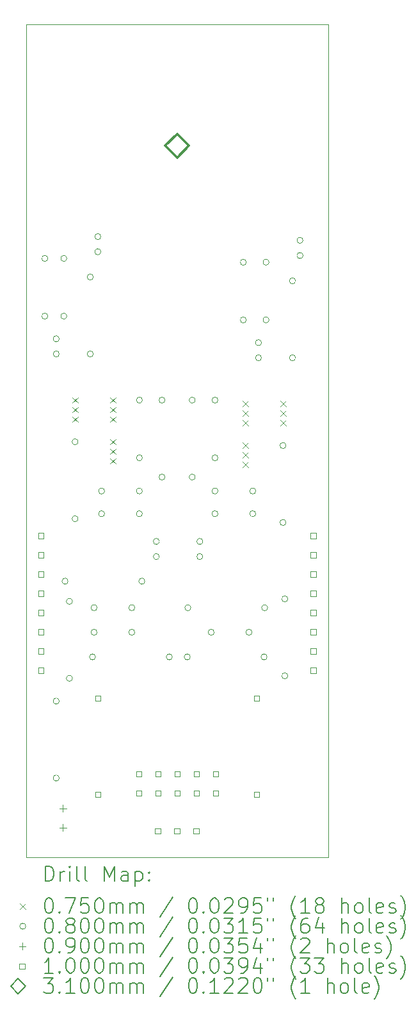
<source format=gbr>
%FSLAX45Y45*%
G04 Gerber Fmt 4.5, Leading zero omitted, Abs format (unit mm)*
G04 Created by KiCad (PCBNEW (6.0.0)) date 2022-01-31 10:23:01*
%MOMM*%
%LPD*%
G01*
G04 APERTURE LIST*
%TA.AperFunction,Profile*%
%ADD10C,0.050000*%
%TD*%
%ADD11C,0.200000*%
%ADD12C,0.075000*%
%ADD13C,0.080000*%
%ADD14C,0.090000*%
%ADD15C,0.100000*%
%ADD16C,0.310000*%
G04 APERTURE END LIST*
D10*
X7000000Y-3100000D02*
X7000000Y-14100000D01*
X3000000Y-3100000D02*
X3000000Y-14100000D01*
X3000000Y-3100000D02*
X7000000Y-3100000D01*
X3000000Y-14100000D02*
X7000000Y-14100000D01*
D11*
D12*
X3612500Y-8021500D02*
X3687500Y-8096500D01*
X3687500Y-8021500D02*
X3612500Y-8096500D01*
X3612500Y-8148500D02*
X3687500Y-8223500D01*
X3687500Y-8148500D02*
X3612500Y-8223500D01*
X3612500Y-8275500D02*
X3687500Y-8350500D01*
X3687500Y-8275500D02*
X3612500Y-8350500D01*
X4112500Y-8021500D02*
X4187500Y-8096500D01*
X4187500Y-8021500D02*
X4112500Y-8096500D01*
X4112500Y-8148500D02*
X4187500Y-8223500D01*
X4187500Y-8148500D02*
X4112500Y-8223500D01*
X4112500Y-8275500D02*
X4187500Y-8350500D01*
X4187500Y-8275500D02*
X4112500Y-8350500D01*
X4112500Y-8571500D02*
X4187500Y-8646500D01*
X4187500Y-8571500D02*
X4112500Y-8646500D01*
X4112500Y-8698500D02*
X4187500Y-8773500D01*
X4187500Y-8698500D02*
X4112500Y-8773500D01*
X4112500Y-8825500D02*
X4187500Y-8900500D01*
X4187500Y-8825500D02*
X4112500Y-8900500D01*
X5862500Y-8067500D02*
X5937500Y-8142500D01*
X5937500Y-8067500D02*
X5862500Y-8142500D01*
X5862500Y-8194500D02*
X5937500Y-8269500D01*
X5937500Y-8194500D02*
X5862500Y-8269500D01*
X5862500Y-8321500D02*
X5937500Y-8396500D01*
X5937500Y-8321500D02*
X5862500Y-8396500D01*
X5862500Y-8617500D02*
X5937500Y-8692500D01*
X5937500Y-8617500D02*
X5862500Y-8692500D01*
X5862500Y-8744500D02*
X5937500Y-8819500D01*
X5937500Y-8744500D02*
X5862500Y-8819500D01*
X5862500Y-8871500D02*
X5937500Y-8946500D01*
X5937500Y-8871500D02*
X5862500Y-8946500D01*
X6362500Y-8071500D02*
X6437500Y-8146500D01*
X6437500Y-8071500D02*
X6362500Y-8146500D01*
X6362500Y-8198500D02*
X6437500Y-8273500D01*
X6437500Y-8198500D02*
X6362500Y-8273500D01*
X6362500Y-8325500D02*
X6437500Y-8400500D01*
X6437500Y-8325500D02*
X6362500Y-8400500D01*
D13*
X3290000Y-6188000D02*
G75*
G03*
X3290000Y-6188000I-40000J0D01*
G01*
X3290000Y-6950000D02*
G75*
G03*
X3290000Y-6950000I-40000J0D01*
G01*
X3440000Y-7250000D02*
G75*
G03*
X3440000Y-7250000I-40000J0D01*
G01*
X3440000Y-7450000D02*
G75*
G03*
X3440000Y-7450000I-40000J0D01*
G01*
X3440000Y-12034000D02*
G75*
G03*
X3440000Y-12034000I-40000J0D01*
G01*
X3440000Y-13050000D02*
G75*
G03*
X3440000Y-13050000I-40000J0D01*
G01*
X3540000Y-6188000D02*
G75*
G03*
X3540000Y-6188000I-40000J0D01*
G01*
X3540000Y-6950000D02*
G75*
G03*
X3540000Y-6950000I-40000J0D01*
G01*
X3557000Y-10450000D02*
G75*
G03*
X3557000Y-10450000I-40000J0D01*
G01*
X3615000Y-10717000D02*
G75*
G03*
X3615000Y-10717000I-40000J0D01*
G01*
X3615000Y-11733000D02*
G75*
G03*
X3615000Y-11733000I-40000J0D01*
G01*
X3690000Y-8609000D02*
G75*
G03*
X3690000Y-8609000I-40000J0D01*
G01*
X3690000Y-9625000D02*
G75*
G03*
X3690000Y-9625000I-40000J0D01*
G01*
X3890000Y-6434000D02*
G75*
G03*
X3890000Y-6434000I-40000J0D01*
G01*
X3890000Y-7450000D02*
G75*
G03*
X3890000Y-7450000I-40000J0D01*
G01*
X3920000Y-11450000D02*
G75*
G03*
X3920000Y-11450000I-40000J0D01*
G01*
X3940000Y-10800000D02*
G75*
G03*
X3940000Y-10800000I-40000J0D01*
G01*
X3940000Y-11125000D02*
G75*
G03*
X3940000Y-11125000I-40000J0D01*
G01*
X3990000Y-5900000D02*
G75*
G03*
X3990000Y-5900000I-40000J0D01*
G01*
X3990000Y-6100000D02*
G75*
G03*
X3990000Y-6100000I-40000J0D01*
G01*
X4040000Y-9259000D02*
G75*
G03*
X4040000Y-9259000I-40000J0D01*
G01*
X4040000Y-9559000D02*
G75*
G03*
X4040000Y-9559000I-40000J0D01*
G01*
X4440000Y-10800000D02*
G75*
G03*
X4440000Y-10800000I-40000J0D01*
G01*
X4440000Y-11125000D02*
G75*
G03*
X4440000Y-11125000I-40000J0D01*
G01*
X4540000Y-8059000D02*
G75*
G03*
X4540000Y-8059000I-40000J0D01*
G01*
X4540000Y-8821000D02*
G75*
G03*
X4540000Y-8821000I-40000J0D01*
G01*
X4540000Y-9259000D02*
G75*
G03*
X4540000Y-9259000I-40000J0D01*
G01*
X4540000Y-9559000D02*
G75*
G03*
X4540000Y-9559000I-40000J0D01*
G01*
X4573000Y-10450000D02*
G75*
G03*
X4573000Y-10450000I-40000J0D01*
G01*
X4765000Y-9925000D02*
G75*
G03*
X4765000Y-9925000I-40000J0D01*
G01*
X4765000Y-10125000D02*
G75*
G03*
X4765000Y-10125000I-40000J0D01*
G01*
X4840000Y-8059000D02*
G75*
G03*
X4840000Y-8059000I-40000J0D01*
G01*
X4840000Y-9075000D02*
G75*
G03*
X4840000Y-9075000I-40000J0D01*
G01*
X4936000Y-11450000D02*
G75*
G03*
X4936000Y-11450000I-40000J0D01*
G01*
X5174000Y-11450000D02*
G75*
G03*
X5174000Y-11450000I-40000J0D01*
G01*
X5182000Y-10800000D02*
G75*
G03*
X5182000Y-10800000I-40000J0D01*
G01*
X5240000Y-8059000D02*
G75*
G03*
X5240000Y-8059000I-40000J0D01*
G01*
X5240000Y-9075000D02*
G75*
G03*
X5240000Y-9075000I-40000J0D01*
G01*
X5340000Y-9925000D02*
G75*
G03*
X5340000Y-9925000I-40000J0D01*
G01*
X5340000Y-10125000D02*
G75*
G03*
X5340000Y-10125000I-40000J0D01*
G01*
X5490000Y-11125000D02*
G75*
G03*
X5490000Y-11125000I-40000J0D01*
G01*
X5540000Y-8059000D02*
G75*
G03*
X5540000Y-8059000I-40000J0D01*
G01*
X5540000Y-8821000D02*
G75*
G03*
X5540000Y-8821000I-40000J0D01*
G01*
X5540000Y-9259000D02*
G75*
G03*
X5540000Y-9259000I-40000J0D01*
G01*
X5540000Y-9559000D02*
G75*
G03*
X5540000Y-9559000I-40000J0D01*
G01*
X5915000Y-6238000D02*
G75*
G03*
X5915000Y-6238000I-40000J0D01*
G01*
X5915000Y-7000000D02*
G75*
G03*
X5915000Y-7000000I-40000J0D01*
G01*
X5990000Y-11125000D02*
G75*
G03*
X5990000Y-11125000I-40000J0D01*
G01*
X6040000Y-9259000D02*
G75*
G03*
X6040000Y-9259000I-40000J0D01*
G01*
X6040000Y-9559000D02*
G75*
G03*
X6040000Y-9559000I-40000J0D01*
G01*
X6115000Y-7300000D02*
G75*
G03*
X6115000Y-7300000I-40000J0D01*
G01*
X6115000Y-7500000D02*
G75*
G03*
X6115000Y-7500000I-40000J0D01*
G01*
X6190000Y-11450000D02*
G75*
G03*
X6190000Y-11450000I-40000J0D01*
G01*
X6198000Y-10800000D02*
G75*
G03*
X6198000Y-10800000I-40000J0D01*
G01*
X6215000Y-6238000D02*
G75*
G03*
X6215000Y-6238000I-40000J0D01*
G01*
X6215000Y-7000000D02*
G75*
G03*
X6215000Y-7000000I-40000J0D01*
G01*
X6440000Y-8659000D02*
G75*
G03*
X6440000Y-8659000I-40000J0D01*
G01*
X6440000Y-9675000D02*
G75*
G03*
X6440000Y-9675000I-40000J0D01*
G01*
X6465000Y-10684000D02*
G75*
G03*
X6465000Y-10684000I-40000J0D01*
G01*
X6465000Y-11700000D02*
G75*
G03*
X6465000Y-11700000I-40000J0D01*
G01*
X6565000Y-6484000D02*
G75*
G03*
X6565000Y-6484000I-40000J0D01*
G01*
X6565000Y-7500000D02*
G75*
G03*
X6565000Y-7500000I-40000J0D01*
G01*
X6665000Y-5950000D02*
G75*
G03*
X6665000Y-5950000I-40000J0D01*
G01*
X6665000Y-6150000D02*
G75*
G03*
X6665000Y-6150000I-40000J0D01*
G01*
D14*
X3488000Y-13405000D02*
X3488000Y-13495000D01*
X3443000Y-13450000D02*
X3533000Y-13450000D01*
X3488000Y-13659000D02*
X3488000Y-13749000D01*
X3443000Y-13704000D02*
X3533000Y-13704000D01*
D15*
X3235356Y-9885356D02*
X3235356Y-9814644D01*
X3164644Y-9814644D01*
X3164644Y-9885356D01*
X3235356Y-9885356D01*
X3235356Y-10139356D02*
X3235356Y-10068644D01*
X3164644Y-10068644D01*
X3164644Y-10139356D01*
X3235356Y-10139356D01*
X3235356Y-10393356D02*
X3235356Y-10322644D01*
X3164644Y-10322644D01*
X3164644Y-10393356D01*
X3235356Y-10393356D01*
X3235356Y-10647356D02*
X3235356Y-10576644D01*
X3164644Y-10576644D01*
X3164644Y-10647356D01*
X3235356Y-10647356D01*
X3235356Y-10901356D02*
X3235356Y-10830644D01*
X3164644Y-10830644D01*
X3164644Y-10901356D01*
X3235356Y-10901356D01*
X3235356Y-11155356D02*
X3235356Y-11084644D01*
X3164644Y-11084644D01*
X3164644Y-11155356D01*
X3235356Y-11155356D01*
X3235356Y-11409356D02*
X3235356Y-11338644D01*
X3164644Y-11338644D01*
X3164644Y-11409356D01*
X3235356Y-11409356D01*
X3235356Y-11663356D02*
X3235356Y-11592644D01*
X3164644Y-11592644D01*
X3164644Y-11663356D01*
X3235356Y-11663356D01*
X3985356Y-12031356D02*
X3985356Y-11960644D01*
X3914644Y-11960644D01*
X3914644Y-12031356D01*
X3985356Y-12031356D01*
X3985356Y-13301356D02*
X3985356Y-13230644D01*
X3914644Y-13230644D01*
X3914644Y-13301356D01*
X3985356Y-13301356D01*
X4527356Y-13031356D02*
X4527356Y-12960644D01*
X4456644Y-12960644D01*
X4456644Y-13031356D01*
X4527356Y-13031356D01*
X4527356Y-13285356D02*
X4527356Y-13214644D01*
X4456644Y-13214644D01*
X4456644Y-13285356D01*
X4527356Y-13285356D01*
X4779856Y-13785356D02*
X4779856Y-13714644D01*
X4709144Y-13714644D01*
X4709144Y-13785356D01*
X4779856Y-13785356D01*
X4781356Y-13031356D02*
X4781356Y-12960644D01*
X4710644Y-12960644D01*
X4710644Y-13031356D01*
X4781356Y-13031356D01*
X4781356Y-13285356D02*
X4781356Y-13214644D01*
X4710644Y-13214644D01*
X4710644Y-13285356D01*
X4781356Y-13285356D01*
X5033856Y-13785356D02*
X5033856Y-13714644D01*
X4963144Y-13714644D01*
X4963144Y-13785356D01*
X5033856Y-13785356D01*
X5035356Y-13031356D02*
X5035356Y-12960644D01*
X4964644Y-12960644D01*
X4964644Y-13031356D01*
X5035356Y-13031356D01*
X5035356Y-13285356D02*
X5035356Y-13214644D01*
X4964644Y-13214644D01*
X4964644Y-13285356D01*
X5035356Y-13285356D01*
X5287856Y-13785356D02*
X5287856Y-13714644D01*
X5217144Y-13714644D01*
X5217144Y-13785356D01*
X5287856Y-13785356D01*
X5289356Y-13031356D02*
X5289356Y-12960644D01*
X5218644Y-12960644D01*
X5218644Y-13031356D01*
X5289356Y-13031356D01*
X5289356Y-13285356D02*
X5289356Y-13214644D01*
X5218644Y-13214644D01*
X5218644Y-13285356D01*
X5289356Y-13285356D01*
X5543356Y-13031356D02*
X5543356Y-12960644D01*
X5472644Y-12960644D01*
X5472644Y-13031356D01*
X5543356Y-13031356D01*
X5543356Y-13285356D02*
X5543356Y-13214644D01*
X5472644Y-13214644D01*
X5472644Y-13285356D01*
X5543356Y-13285356D01*
X6085356Y-12031356D02*
X6085356Y-11960644D01*
X6014644Y-11960644D01*
X6014644Y-12031356D01*
X6085356Y-12031356D01*
X6085356Y-13301356D02*
X6085356Y-13230644D01*
X6014644Y-13230644D01*
X6014644Y-13301356D01*
X6085356Y-13301356D01*
X6835356Y-9885356D02*
X6835356Y-9814644D01*
X6764644Y-9814644D01*
X6764644Y-9885356D01*
X6835356Y-9885356D01*
X6835356Y-10139356D02*
X6835356Y-10068644D01*
X6764644Y-10068644D01*
X6764644Y-10139356D01*
X6835356Y-10139356D01*
X6835356Y-10393356D02*
X6835356Y-10322644D01*
X6764644Y-10322644D01*
X6764644Y-10393356D01*
X6835356Y-10393356D01*
X6835356Y-10647356D02*
X6835356Y-10576644D01*
X6764644Y-10576644D01*
X6764644Y-10647356D01*
X6835356Y-10647356D01*
X6835356Y-10901356D02*
X6835356Y-10830644D01*
X6764644Y-10830644D01*
X6764644Y-10901356D01*
X6835356Y-10901356D01*
X6835356Y-11155356D02*
X6835356Y-11084644D01*
X6764644Y-11084644D01*
X6764644Y-11155356D01*
X6835356Y-11155356D01*
X6835356Y-11409356D02*
X6835356Y-11338644D01*
X6764644Y-11338644D01*
X6764644Y-11409356D01*
X6835356Y-11409356D01*
X6835356Y-11663356D02*
X6835356Y-11592644D01*
X6764644Y-11592644D01*
X6764644Y-11663356D01*
X6835356Y-11663356D01*
D16*
X5000000Y-4855000D02*
X5155000Y-4700000D01*
X5000000Y-4545000D01*
X4845000Y-4700000D01*
X5000000Y-4855000D01*
D11*
X3255119Y-14412976D02*
X3255119Y-14212976D01*
X3302738Y-14212976D01*
X3331309Y-14222500D01*
X3350357Y-14241548D01*
X3359881Y-14260595D01*
X3369405Y-14298690D01*
X3369405Y-14327262D01*
X3359881Y-14365357D01*
X3350357Y-14384405D01*
X3331309Y-14403452D01*
X3302738Y-14412976D01*
X3255119Y-14412976D01*
X3455119Y-14412976D02*
X3455119Y-14279643D01*
X3455119Y-14317738D02*
X3464643Y-14298690D01*
X3474167Y-14289167D01*
X3493214Y-14279643D01*
X3512262Y-14279643D01*
X3578928Y-14412976D02*
X3578928Y-14279643D01*
X3578928Y-14212976D02*
X3569405Y-14222500D01*
X3578928Y-14232024D01*
X3588452Y-14222500D01*
X3578928Y-14212976D01*
X3578928Y-14232024D01*
X3702738Y-14412976D02*
X3683690Y-14403452D01*
X3674167Y-14384405D01*
X3674167Y-14212976D01*
X3807500Y-14412976D02*
X3788452Y-14403452D01*
X3778928Y-14384405D01*
X3778928Y-14212976D01*
X4036071Y-14412976D02*
X4036071Y-14212976D01*
X4102738Y-14355833D01*
X4169405Y-14212976D01*
X4169405Y-14412976D01*
X4350357Y-14412976D02*
X4350357Y-14308214D01*
X4340833Y-14289167D01*
X4321786Y-14279643D01*
X4283690Y-14279643D01*
X4264643Y-14289167D01*
X4350357Y-14403452D02*
X4331310Y-14412976D01*
X4283690Y-14412976D01*
X4264643Y-14403452D01*
X4255119Y-14384405D01*
X4255119Y-14365357D01*
X4264643Y-14346309D01*
X4283690Y-14336786D01*
X4331310Y-14336786D01*
X4350357Y-14327262D01*
X4445595Y-14279643D02*
X4445595Y-14479643D01*
X4445595Y-14289167D02*
X4464643Y-14279643D01*
X4502738Y-14279643D01*
X4521786Y-14289167D01*
X4531310Y-14298690D01*
X4540833Y-14317738D01*
X4540833Y-14374881D01*
X4531310Y-14393928D01*
X4521786Y-14403452D01*
X4502738Y-14412976D01*
X4464643Y-14412976D01*
X4445595Y-14403452D01*
X4626548Y-14393928D02*
X4636071Y-14403452D01*
X4626548Y-14412976D01*
X4617024Y-14403452D01*
X4626548Y-14393928D01*
X4626548Y-14412976D01*
X4626548Y-14289167D02*
X4636071Y-14298690D01*
X4626548Y-14308214D01*
X4617024Y-14298690D01*
X4626548Y-14289167D01*
X4626548Y-14308214D01*
D12*
X2922500Y-14705000D02*
X2997500Y-14780000D01*
X2997500Y-14705000D02*
X2922500Y-14780000D01*
D11*
X3293214Y-14632976D02*
X3312262Y-14632976D01*
X3331309Y-14642500D01*
X3340833Y-14652024D01*
X3350357Y-14671071D01*
X3359881Y-14709167D01*
X3359881Y-14756786D01*
X3350357Y-14794881D01*
X3340833Y-14813928D01*
X3331309Y-14823452D01*
X3312262Y-14832976D01*
X3293214Y-14832976D01*
X3274167Y-14823452D01*
X3264643Y-14813928D01*
X3255119Y-14794881D01*
X3245595Y-14756786D01*
X3245595Y-14709167D01*
X3255119Y-14671071D01*
X3264643Y-14652024D01*
X3274167Y-14642500D01*
X3293214Y-14632976D01*
X3445595Y-14813928D02*
X3455119Y-14823452D01*
X3445595Y-14832976D01*
X3436071Y-14823452D01*
X3445595Y-14813928D01*
X3445595Y-14832976D01*
X3521786Y-14632976D02*
X3655119Y-14632976D01*
X3569405Y-14832976D01*
X3826548Y-14632976D02*
X3731309Y-14632976D01*
X3721786Y-14728214D01*
X3731309Y-14718690D01*
X3750357Y-14709167D01*
X3797976Y-14709167D01*
X3817024Y-14718690D01*
X3826548Y-14728214D01*
X3836071Y-14747262D01*
X3836071Y-14794881D01*
X3826548Y-14813928D01*
X3817024Y-14823452D01*
X3797976Y-14832976D01*
X3750357Y-14832976D01*
X3731309Y-14823452D01*
X3721786Y-14813928D01*
X3959881Y-14632976D02*
X3978928Y-14632976D01*
X3997976Y-14642500D01*
X4007500Y-14652024D01*
X4017024Y-14671071D01*
X4026548Y-14709167D01*
X4026548Y-14756786D01*
X4017024Y-14794881D01*
X4007500Y-14813928D01*
X3997976Y-14823452D01*
X3978928Y-14832976D01*
X3959881Y-14832976D01*
X3940833Y-14823452D01*
X3931309Y-14813928D01*
X3921786Y-14794881D01*
X3912262Y-14756786D01*
X3912262Y-14709167D01*
X3921786Y-14671071D01*
X3931309Y-14652024D01*
X3940833Y-14642500D01*
X3959881Y-14632976D01*
X4112262Y-14832976D02*
X4112262Y-14699643D01*
X4112262Y-14718690D02*
X4121786Y-14709167D01*
X4140833Y-14699643D01*
X4169405Y-14699643D01*
X4188452Y-14709167D01*
X4197976Y-14728214D01*
X4197976Y-14832976D01*
X4197976Y-14728214D02*
X4207500Y-14709167D01*
X4226548Y-14699643D01*
X4255119Y-14699643D01*
X4274167Y-14709167D01*
X4283690Y-14728214D01*
X4283690Y-14832976D01*
X4378929Y-14832976D02*
X4378929Y-14699643D01*
X4378929Y-14718690D02*
X4388452Y-14709167D01*
X4407500Y-14699643D01*
X4436071Y-14699643D01*
X4455119Y-14709167D01*
X4464643Y-14728214D01*
X4464643Y-14832976D01*
X4464643Y-14728214D02*
X4474167Y-14709167D01*
X4493214Y-14699643D01*
X4521786Y-14699643D01*
X4540833Y-14709167D01*
X4550357Y-14728214D01*
X4550357Y-14832976D01*
X4940833Y-14623452D02*
X4769405Y-14880595D01*
X5197976Y-14632976D02*
X5217024Y-14632976D01*
X5236071Y-14642500D01*
X5245595Y-14652024D01*
X5255119Y-14671071D01*
X5264643Y-14709167D01*
X5264643Y-14756786D01*
X5255119Y-14794881D01*
X5245595Y-14813928D01*
X5236071Y-14823452D01*
X5217024Y-14832976D01*
X5197976Y-14832976D01*
X5178929Y-14823452D01*
X5169405Y-14813928D01*
X5159881Y-14794881D01*
X5150357Y-14756786D01*
X5150357Y-14709167D01*
X5159881Y-14671071D01*
X5169405Y-14652024D01*
X5178929Y-14642500D01*
X5197976Y-14632976D01*
X5350357Y-14813928D02*
X5359881Y-14823452D01*
X5350357Y-14832976D01*
X5340833Y-14823452D01*
X5350357Y-14813928D01*
X5350357Y-14832976D01*
X5483690Y-14632976D02*
X5502738Y-14632976D01*
X5521786Y-14642500D01*
X5531310Y-14652024D01*
X5540833Y-14671071D01*
X5550357Y-14709167D01*
X5550357Y-14756786D01*
X5540833Y-14794881D01*
X5531310Y-14813928D01*
X5521786Y-14823452D01*
X5502738Y-14832976D01*
X5483690Y-14832976D01*
X5464643Y-14823452D01*
X5455119Y-14813928D01*
X5445595Y-14794881D01*
X5436071Y-14756786D01*
X5436071Y-14709167D01*
X5445595Y-14671071D01*
X5455119Y-14652024D01*
X5464643Y-14642500D01*
X5483690Y-14632976D01*
X5626548Y-14652024D02*
X5636071Y-14642500D01*
X5655119Y-14632976D01*
X5702738Y-14632976D01*
X5721786Y-14642500D01*
X5731309Y-14652024D01*
X5740833Y-14671071D01*
X5740833Y-14690119D01*
X5731309Y-14718690D01*
X5617024Y-14832976D01*
X5740833Y-14832976D01*
X5836071Y-14832976D02*
X5874167Y-14832976D01*
X5893214Y-14823452D01*
X5902738Y-14813928D01*
X5921786Y-14785357D01*
X5931309Y-14747262D01*
X5931309Y-14671071D01*
X5921786Y-14652024D01*
X5912262Y-14642500D01*
X5893214Y-14632976D01*
X5855119Y-14632976D01*
X5836071Y-14642500D01*
X5826548Y-14652024D01*
X5817024Y-14671071D01*
X5817024Y-14718690D01*
X5826548Y-14737738D01*
X5836071Y-14747262D01*
X5855119Y-14756786D01*
X5893214Y-14756786D01*
X5912262Y-14747262D01*
X5921786Y-14737738D01*
X5931309Y-14718690D01*
X6112262Y-14632976D02*
X6017024Y-14632976D01*
X6007500Y-14728214D01*
X6017024Y-14718690D01*
X6036071Y-14709167D01*
X6083690Y-14709167D01*
X6102738Y-14718690D01*
X6112262Y-14728214D01*
X6121786Y-14747262D01*
X6121786Y-14794881D01*
X6112262Y-14813928D01*
X6102738Y-14823452D01*
X6083690Y-14832976D01*
X6036071Y-14832976D01*
X6017024Y-14823452D01*
X6007500Y-14813928D01*
X6197976Y-14632976D02*
X6197976Y-14671071D01*
X6274167Y-14632976D02*
X6274167Y-14671071D01*
X6569405Y-14909167D02*
X6559881Y-14899643D01*
X6540833Y-14871071D01*
X6531309Y-14852024D01*
X6521786Y-14823452D01*
X6512262Y-14775833D01*
X6512262Y-14737738D01*
X6521786Y-14690119D01*
X6531309Y-14661548D01*
X6540833Y-14642500D01*
X6559881Y-14613928D01*
X6569405Y-14604405D01*
X6750357Y-14832976D02*
X6636071Y-14832976D01*
X6693214Y-14832976D02*
X6693214Y-14632976D01*
X6674167Y-14661548D01*
X6655119Y-14680595D01*
X6636071Y-14690119D01*
X6864643Y-14718690D02*
X6845595Y-14709167D01*
X6836071Y-14699643D01*
X6826548Y-14680595D01*
X6826548Y-14671071D01*
X6836071Y-14652024D01*
X6845595Y-14642500D01*
X6864643Y-14632976D01*
X6902738Y-14632976D01*
X6921786Y-14642500D01*
X6931309Y-14652024D01*
X6940833Y-14671071D01*
X6940833Y-14680595D01*
X6931309Y-14699643D01*
X6921786Y-14709167D01*
X6902738Y-14718690D01*
X6864643Y-14718690D01*
X6845595Y-14728214D01*
X6836071Y-14737738D01*
X6826548Y-14756786D01*
X6826548Y-14794881D01*
X6836071Y-14813928D01*
X6845595Y-14823452D01*
X6864643Y-14832976D01*
X6902738Y-14832976D01*
X6921786Y-14823452D01*
X6931309Y-14813928D01*
X6940833Y-14794881D01*
X6940833Y-14756786D01*
X6931309Y-14737738D01*
X6921786Y-14728214D01*
X6902738Y-14718690D01*
X7178928Y-14832976D02*
X7178928Y-14632976D01*
X7264643Y-14832976D02*
X7264643Y-14728214D01*
X7255119Y-14709167D01*
X7236071Y-14699643D01*
X7207500Y-14699643D01*
X7188452Y-14709167D01*
X7178928Y-14718690D01*
X7388452Y-14832976D02*
X7369405Y-14823452D01*
X7359881Y-14813928D01*
X7350357Y-14794881D01*
X7350357Y-14737738D01*
X7359881Y-14718690D01*
X7369405Y-14709167D01*
X7388452Y-14699643D01*
X7417024Y-14699643D01*
X7436071Y-14709167D01*
X7445595Y-14718690D01*
X7455119Y-14737738D01*
X7455119Y-14794881D01*
X7445595Y-14813928D01*
X7436071Y-14823452D01*
X7417024Y-14832976D01*
X7388452Y-14832976D01*
X7569405Y-14832976D02*
X7550357Y-14823452D01*
X7540833Y-14804405D01*
X7540833Y-14632976D01*
X7721786Y-14823452D02*
X7702738Y-14832976D01*
X7664643Y-14832976D01*
X7645595Y-14823452D01*
X7636071Y-14804405D01*
X7636071Y-14728214D01*
X7645595Y-14709167D01*
X7664643Y-14699643D01*
X7702738Y-14699643D01*
X7721786Y-14709167D01*
X7731309Y-14728214D01*
X7731309Y-14747262D01*
X7636071Y-14766309D01*
X7807500Y-14823452D02*
X7826548Y-14832976D01*
X7864643Y-14832976D01*
X7883690Y-14823452D01*
X7893214Y-14804405D01*
X7893214Y-14794881D01*
X7883690Y-14775833D01*
X7864643Y-14766309D01*
X7836071Y-14766309D01*
X7817024Y-14756786D01*
X7807500Y-14737738D01*
X7807500Y-14728214D01*
X7817024Y-14709167D01*
X7836071Y-14699643D01*
X7864643Y-14699643D01*
X7883690Y-14709167D01*
X7959881Y-14909167D02*
X7969405Y-14899643D01*
X7988452Y-14871071D01*
X7997976Y-14852024D01*
X8007500Y-14823452D01*
X8017024Y-14775833D01*
X8017024Y-14737738D01*
X8007500Y-14690119D01*
X7997976Y-14661548D01*
X7988452Y-14642500D01*
X7969405Y-14613928D01*
X7959881Y-14604405D01*
D13*
X2997500Y-15006500D02*
G75*
G03*
X2997500Y-15006500I-40000J0D01*
G01*
D11*
X3293214Y-14896976D02*
X3312262Y-14896976D01*
X3331309Y-14906500D01*
X3340833Y-14916024D01*
X3350357Y-14935071D01*
X3359881Y-14973167D01*
X3359881Y-15020786D01*
X3350357Y-15058881D01*
X3340833Y-15077928D01*
X3331309Y-15087452D01*
X3312262Y-15096976D01*
X3293214Y-15096976D01*
X3274167Y-15087452D01*
X3264643Y-15077928D01*
X3255119Y-15058881D01*
X3245595Y-15020786D01*
X3245595Y-14973167D01*
X3255119Y-14935071D01*
X3264643Y-14916024D01*
X3274167Y-14906500D01*
X3293214Y-14896976D01*
X3445595Y-15077928D02*
X3455119Y-15087452D01*
X3445595Y-15096976D01*
X3436071Y-15087452D01*
X3445595Y-15077928D01*
X3445595Y-15096976D01*
X3569405Y-14982690D02*
X3550357Y-14973167D01*
X3540833Y-14963643D01*
X3531309Y-14944595D01*
X3531309Y-14935071D01*
X3540833Y-14916024D01*
X3550357Y-14906500D01*
X3569405Y-14896976D01*
X3607500Y-14896976D01*
X3626548Y-14906500D01*
X3636071Y-14916024D01*
X3645595Y-14935071D01*
X3645595Y-14944595D01*
X3636071Y-14963643D01*
X3626548Y-14973167D01*
X3607500Y-14982690D01*
X3569405Y-14982690D01*
X3550357Y-14992214D01*
X3540833Y-15001738D01*
X3531309Y-15020786D01*
X3531309Y-15058881D01*
X3540833Y-15077928D01*
X3550357Y-15087452D01*
X3569405Y-15096976D01*
X3607500Y-15096976D01*
X3626548Y-15087452D01*
X3636071Y-15077928D01*
X3645595Y-15058881D01*
X3645595Y-15020786D01*
X3636071Y-15001738D01*
X3626548Y-14992214D01*
X3607500Y-14982690D01*
X3769405Y-14896976D02*
X3788452Y-14896976D01*
X3807500Y-14906500D01*
X3817024Y-14916024D01*
X3826548Y-14935071D01*
X3836071Y-14973167D01*
X3836071Y-15020786D01*
X3826548Y-15058881D01*
X3817024Y-15077928D01*
X3807500Y-15087452D01*
X3788452Y-15096976D01*
X3769405Y-15096976D01*
X3750357Y-15087452D01*
X3740833Y-15077928D01*
X3731309Y-15058881D01*
X3721786Y-15020786D01*
X3721786Y-14973167D01*
X3731309Y-14935071D01*
X3740833Y-14916024D01*
X3750357Y-14906500D01*
X3769405Y-14896976D01*
X3959881Y-14896976D02*
X3978928Y-14896976D01*
X3997976Y-14906500D01*
X4007500Y-14916024D01*
X4017024Y-14935071D01*
X4026548Y-14973167D01*
X4026548Y-15020786D01*
X4017024Y-15058881D01*
X4007500Y-15077928D01*
X3997976Y-15087452D01*
X3978928Y-15096976D01*
X3959881Y-15096976D01*
X3940833Y-15087452D01*
X3931309Y-15077928D01*
X3921786Y-15058881D01*
X3912262Y-15020786D01*
X3912262Y-14973167D01*
X3921786Y-14935071D01*
X3931309Y-14916024D01*
X3940833Y-14906500D01*
X3959881Y-14896976D01*
X4112262Y-15096976D02*
X4112262Y-14963643D01*
X4112262Y-14982690D02*
X4121786Y-14973167D01*
X4140833Y-14963643D01*
X4169405Y-14963643D01*
X4188452Y-14973167D01*
X4197976Y-14992214D01*
X4197976Y-15096976D01*
X4197976Y-14992214D02*
X4207500Y-14973167D01*
X4226548Y-14963643D01*
X4255119Y-14963643D01*
X4274167Y-14973167D01*
X4283690Y-14992214D01*
X4283690Y-15096976D01*
X4378929Y-15096976D02*
X4378929Y-14963643D01*
X4378929Y-14982690D02*
X4388452Y-14973167D01*
X4407500Y-14963643D01*
X4436071Y-14963643D01*
X4455119Y-14973167D01*
X4464643Y-14992214D01*
X4464643Y-15096976D01*
X4464643Y-14992214D02*
X4474167Y-14973167D01*
X4493214Y-14963643D01*
X4521786Y-14963643D01*
X4540833Y-14973167D01*
X4550357Y-14992214D01*
X4550357Y-15096976D01*
X4940833Y-14887452D02*
X4769405Y-15144595D01*
X5197976Y-14896976D02*
X5217024Y-14896976D01*
X5236071Y-14906500D01*
X5245595Y-14916024D01*
X5255119Y-14935071D01*
X5264643Y-14973167D01*
X5264643Y-15020786D01*
X5255119Y-15058881D01*
X5245595Y-15077928D01*
X5236071Y-15087452D01*
X5217024Y-15096976D01*
X5197976Y-15096976D01*
X5178929Y-15087452D01*
X5169405Y-15077928D01*
X5159881Y-15058881D01*
X5150357Y-15020786D01*
X5150357Y-14973167D01*
X5159881Y-14935071D01*
X5169405Y-14916024D01*
X5178929Y-14906500D01*
X5197976Y-14896976D01*
X5350357Y-15077928D02*
X5359881Y-15087452D01*
X5350357Y-15096976D01*
X5340833Y-15087452D01*
X5350357Y-15077928D01*
X5350357Y-15096976D01*
X5483690Y-14896976D02*
X5502738Y-14896976D01*
X5521786Y-14906500D01*
X5531310Y-14916024D01*
X5540833Y-14935071D01*
X5550357Y-14973167D01*
X5550357Y-15020786D01*
X5540833Y-15058881D01*
X5531310Y-15077928D01*
X5521786Y-15087452D01*
X5502738Y-15096976D01*
X5483690Y-15096976D01*
X5464643Y-15087452D01*
X5455119Y-15077928D01*
X5445595Y-15058881D01*
X5436071Y-15020786D01*
X5436071Y-14973167D01*
X5445595Y-14935071D01*
X5455119Y-14916024D01*
X5464643Y-14906500D01*
X5483690Y-14896976D01*
X5617024Y-14896976D02*
X5740833Y-14896976D01*
X5674167Y-14973167D01*
X5702738Y-14973167D01*
X5721786Y-14982690D01*
X5731309Y-14992214D01*
X5740833Y-15011262D01*
X5740833Y-15058881D01*
X5731309Y-15077928D01*
X5721786Y-15087452D01*
X5702738Y-15096976D01*
X5645595Y-15096976D01*
X5626548Y-15087452D01*
X5617024Y-15077928D01*
X5931309Y-15096976D02*
X5817024Y-15096976D01*
X5874167Y-15096976D02*
X5874167Y-14896976D01*
X5855119Y-14925548D01*
X5836071Y-14944595D01*
X5817024Y-14954119D01*
X6112262Y-14896976D02*
X6017024Y-14896976D01*
X6007500Y-14992214D01*
X6017024Y-14982690D01*
X6036071Y-14973167D01*
X6083690Y-14973167D01*
X6102738Y-14982690D01*
X6112262Y-14992214D01*
X6121786Y-15011262D01*
X6121786Y-15058881D01*
X6112262Y-15077928D01*
X6102738Y-15087452D01*
X6083690Y-15096976D01*
X6036071Y-15096976D01*
X6017024Y-15087452D01*
X6007500Y-15077928D01*
X6197976Y-14896976D02*
X6197976Y-14935071D01*
X6274167Y-14896976D02*
X6274167Y-14935071D01*
X6569405Y-15173167D02*
X6559881Y-15163643D01*
X6540833Y-15135071D01*
X6531309Y-15116024D01*
X6521786Y-15087452D01*
X6512262Y-15039833D01*
X6512262Y-15001738D01*
X6521786Y-14954119D01*
X6531309Y-14925548D01*
X6540833Y-14906500D01*
X6559881Y-14877928D01*
X6569405Y-14868405D01*
X6731309Y-14896976D02*
X6693214Y-14896976D01*
X6674167Y-14906500D01*
X6664643Y-14916024D01*
X6645595Y-14944595D01*
X6636071Y-14982690D01*
X6636071Y-15058881D01*
X6645595Y-15077928D01*
X6655119Y-15087452D01*
X6674167Y-15096976D01*
X6712262Y-15096976D01*
X6731309Y-15087452D01*
X6740833Y-15077928D01*
X6750357Y-15058881D01*
X6750357Y-15011262D01*
X6740833Y-14992214D01*
X6731309Y-14982690D01*
X6712262Y-14973167D01*
X6674167Y-14973167D01*
X6655119Y-14982690D01*
X6645595Y-14992214D01*
X6636071Y-15011262D01*
X6921786Y-14963643D02*
X6921786Y-15096976D01*
X6874167Y-14887452D02*
X6826548Y-15030309D01*
X6950357Y-15030309D01*
X7178928Y-15096976D02*
X7178928Y-14896976D01*
X7264643Y-15096976D02*
X7264643Y-14992214D01*
X7255119Y-14973167D01*
X7236071Y-14963643D01*
X7207500Y-14963643D01*
X7188452Y-14973167D01*
X7178928Y-14982690D01*
X7388452Y-15096976D02*
X7369405Y-15087452D01*
X7359881Y-15077928D01*
X7350357Y-15058881D01*
X7350357Y-15001738D01*
X7359881Y-14982690D01*
X7369405Y-14973167D01*
X7388452Y-14963643D01*
X7417024Y-14963643D01*
X7436071Y-14973167D01*
X7445595Y-14982690D01*
X7455119Y-15001738D01*
X7455119Y-15058881D01*
X7445595Y-15077928D01*
X7436071Y-15087452D01*
X7417024Y-15096976D01*
X7388452Y-15096976D01*
X7569405Y-15096976D02*
X7550357Y-15087452D01*
X7540833Y-15068405D01*
X7540833Y-14896976D01*
X7721786Y-15087452D02*
X7702738Y-15096976D01*
X7664643Y-15096976D01*
X7645595Y-15087452D01*
X7636071Y-15068405D01*
X7636071Y-14992214D01*
X7645595Y-14973167D01*
X7664643Y-14963643D01*
X7702738Y-14963643D01*
X7721786Y-14973167D01*
X7731309Y-14992214D01*
X7731309Y-15011262D01*
X7636071Y-15030309D01*
X7807500Y-15087452D02*
X7826548Y-15096976D01*
X7864643Y-15096976D01*
X7883690Y-15087452D01*
X7893214Y-15068405D01*
X7893214Y-15058881D01*
X7883690Y-15039833D01*
X7864643Y-15030309D01*
X7836071Y-15030309D01*
X7817024Y-15020786D01*
X7807500Y-15001738D01*
X7807500Y-14992214D01*
X7817024Y-14973167D01*
X7836071Y-14963643D01*
X7864643Y-14963643D01*
X7883690Y-14973167D01*
X7959881Y-15173167D02*
X7969405Y-15163643D01*
X7988452Y-15135071D01*
X7997976Y-15116024D01*
X8007500Y-15087452D01*
X8017024Y-15039833D01*
X8017024Y-15001738D01*
X8007500Y-14954119D01*
X7997976Y-14925548D01*
X7988452Y-14906500D01*
X7969405Y-14877928D01*
X7959881Y-14868405D01*
D14*
X2952500Y-15225500D02*
X2952500Y-15315500D01*
X2907500Y-15270500D02*
X2997500Y-15270500D01*
D11*
X3293214Y-15160976D02*
X3312262Y-15160976D01*
X3331309Y-15170500D01*
X3340833Y-15180024D01*
X3350357Y-15199071D01*
X3359881Y-15237167D01*
X3359881Y-15284786D01*
X3350357Y-15322881D01*
X3340833Y-15341928D01*
X3331309Y-15351452D01*
X3312262Y-15360976D01*
X3293214Y-15360976D01*
X3274167Y-15351452D01*
X3264643Y-15341928D01*
X3255119Y-15322881D01*
X3245595Y-15284786D01*
X3245595Y-15237167D01*
X3255119Y-15199071D01*
X3264643Y-15180024D01*
X3274167Y-15170500D01*
X3293214Y-15160976D01*
X3445595Y-15341928D02*
X3455119Y-15351452D01*
X3445595Y-15360976D01*
X3436071Y-15351452D01*
X3445595Y-15341928D01*
X3445595Y-15360976D01*
X3550357Y-15360976D02*
X3588452Y-15360976D01*
X3607500Y-15351452D01*
X3617024Y-15341928D01*
X3636071Y-15313357D01*
X3645595Y-15275262D01*
X3645595Y-15199071D01*
X3636071Y-15180024D01*
X3626548Y-15170500D01*
X3607500Y-15160976D01*
X3569405Y-15160976D01*
X3550357Y-15170500D01*
X3540833Y-15180024D01*
X3531309Y-15199071D01*
X3531309Y-15246690D01*
X3540833Y-15265738D01*
X3550357Y-15275262D01*
X3569405Y-15284786D01*
X3607500Y-15284786D01*
X3626548Y-15275262D01*
X3636071Y-15265738D01*
X3645595Y-15246690D01*
X3769405Y-15160976D02*
X3788452Y-15160976D01*
X3807500Y-15170500D01*
X3817024Y-15180024D01*
X3826548Y-15199071D01*
X3836071Y-15237167D01*
X3836071Y-15284786D01*
X3826548Y-15322881D01*
X3817024Y-15341928D01*
X3807500Y-15351452D01*
X3788452Y-15360976D01*
X3769405Y-15360976D01*
X3750357Y-15351452D01*
X3740833Y-15341928D01*
X3731309Y-15322881D01*
X3721786Y-15284786D01*
X3721786Y-15237167D01*
X3731309Y-15199071D01*
X3740833Y-15180024D01*
X3750357Y-15170500D01*
X3769405Y-15160976D01*
X3959881Y-15160976D02*
X3978928Y-15160976D01*
X3997976Y-15170500D01*
X4007500Y-15180024D01*
X4017024Y-15199071D01*
X4026548Y-15237167D01*
X4026548Y-15284786D01*
X4017024Y-15322881D01*
X4007500Y-15341928D01*
X3997976Y-15351452D01*
X3978928Y-15360976D01*
X3959881Y-15360976D01*
X3940833Y-15351452D01*
X3931309Y-15341928D01*
X3921786Y-15322881D01*
X3912262Y-15284786D01*
X3912262Y-15237167D01*
X3921786Y-15199071D01*
X3931309Y-15180024D01*
X3940833Y-15170500D01*
X3959881Y-15160976D01*
X4112262Y-15360976D02*
X4112262Y-15227643D01*
X4112262Y-15246690D02*
X4121786Y-15237167D01*
X4140833Y-15227643D01*
X4169405Y-15227643D01*
X4188452Y-15237167D01*
X4197976Y-15256214D01*
X4197976Y-15360976D01*
X4197976Y-15256214D02*
X4207500Y-15237167D01*
X4226548Y-15227643D01*
X4255119Y-15227643D01*
X4274167Y-15237167D01*
X4283690Y-15256214D01*
X4283690Y-15360976D01*
X4378929Y-15360976D02*
X4378929Y-15227643D01*
X4378929Y-15246690D02*
X4388452Y-15237167D01*
X4407500Y-15227643D01*
X4436071Y-15227643D01*
X4455119Y-15237167D01*
X4464643Y-15256214D01*
X4464643Y-15360976D01*
X4464643Y-15256214D02*
X4474167Y-15237167D01*
X4493214Y-15227643D01*
X4521786Y-15227643D01*
X4540833Y-15237167D01*
X4550357Y-15256214D01*
X4550357Y-15360976D01*
X4940833Y-15151452D02*
X4769405Y-15408595D01*
X5197976Y-15160976D02*
X5217024Y-15160976D01*
X5236071Y-15170500D01*
X5245595Y-15180024D01*
X5255119Y-15199071D01*
X5264643Y-15237167D01*
X5264643Y-15284786D01*
X5255119Y-15322881D01*
X5245595Y-15341928D01*
X5236071Y-15351452D01*
X5217024Y-15360976D01*
X5197976Y-15360976D01*
X5178929Y-15351452D01*
X5169405Y-15341928D01*
X5159881Y-15322881D01*
X5150357Y-15284786D01*
X5150357Y-15237167D01*
X5159881Y-15199071D01*
X5169405Y-15180024D01*
X5178929Y-15170500D01*
X5197976Y-15160976D01*
X5350357Y-15341928D02*
X5359881Y-15351452D01*
X5350357Y-15360976D01*
X5340833Y-15351452D01*
X5350357Y-15341928D01*
X5350357Y-15360976D01*
X5483690Y-15160976D02*
X5502738Y-15160976D01*
X5521786Y-15170500D01*
X5531310Y-15180024D01*
X5540833Y-15199071D01*
X5550357Y-15237167D01*
X5550357Y-15284786D01*
X5540833Y-15322881D01*
X5531310Y-15341928D01*
X5521786Y-15351452D01*
X5502738Y-15360976D01*
X5483690Y-15360976D01*
X5464643Y-15351452D01*
X5455119Y-15341928D01*
X5445595Y-15322881D01*
X5436071Y-15284786D01*
X5436071Y-15237167D01*
X5445595Y-15199071D01*
X5455119Y-15180024D01*
X5464643Y-15170500D01*
X5483690Y-15160976D01*
X5617024Y-15160976D02*
X5740833Y-15160976D01*
X5674167Y-15237167D01*
X5702738Y-15237167D01*
X5721786Y-15246690D01*
X5731309Y-15256214D01*
X5740833Y-15275262D01*
X5740833Y-15322881D01*
X5731309Y-15341928D01*
X5721786Y-15351452D01*
X5702738Y-15360976D01*
X5645595Y-15360976D01*
X5626548Y-15351452D01*
X5617024Y-15341928D01*
X5921786Y-15160976D02*
X5826548Y-15160976D01*
X5817024Y-15256214D01*
X5826548Y-15246690D01*
X5845595Y-15237167D01*
X5893214Y-15237167D01*
X5912262Y-15246690D01*
X5921786Y-15256214D01*
X5931309Y-15275262D01*
X5931309Y-15322881D01*
X5921786Y-15341928D01*
X5912262Y-15351452D01*
X5893214Y-15360976D01*
X5845595Y-15360976D01*
X5826548Y-15351452D01*
X5817024Y-15341928D01*
X6102738Y-15227643D02*
X6102738Y-15360976D01*
X6055119Y-15151452D02*
X6007500Y-15294309D01*
X6131309Y-15294309D01*
X6197976Y-15160976D02*
X6197976Y-15199071D01*
X6274167Y-15160976D02*
X6274167Y-15199071D01*
X6569405Y-15437167D02*
X6559881Y-15427643D01*
X6540833Y-15399071D01*
X6531309Y-15380024D01*
X6521786Y-15351452D01*
X6512262Y-15303833D01*
X6512262Y-15265738D01*
X6521786Y-15218119D01*
X6531309Y-15189548D01*
X6540833Y-15170500D01*
X6559881Y-15141928D01*
X6569405Y-15132405D01*
X6636071Y-15180024D02*
X6645595Y-15170500D01*
X6664643Y-15160976D01*
X6712262Y-15160976D01*
X6731309Y-15170500D01*
X6740833Y-15180024D01*
X6750357Y-15199071D01*
X6750357Y-15218119D01*
X6740833Y-15246690D01*
X6626548Y-15360976D01*
X6750357Y-15360976D01*
X6988452Y-15360976D02*
X6988452Y-15160976D01*
X7074167Y-15360976D02*
X7074167Y-15256214D01*
X7064643Y-15237167D01*
X7045595Y-15227643D01*
X7017024Y-15227643D01*
X6997976Y-15237167D01*
X6988452Y-15246690D01*
X7197976Y-15360976D02*
X7178928Y-15351452D01*
X7169405Y-15341928D01*
X7159881Y-15322881D01*
X7159881Y-15265738D01*
X7169405Y-15246690D01*
X7178928Y-15237167D01*
X7197976Y-15227643D01*
X7226548Y-15227643D01*
X7245595Y-15237167D01*
X7255119Y-15246690D01*
X7264643Y-15265738D01*
X7264643Y-15322881D01*
X7255119Y-15341928D01*
X7245595Y-15351452D01*
X7226548Y-15360976D01*
X7197976Y-15360976D01*
X7378928Y-15360976D02*
X7359881Y-15351452D01*
X7350357Y-15332405D01*
X7350357Y-15160976D01*
X7531309Y-15351452D02*
X7512262Y-15360976D01*
X7474167Y-15360976D01*
X7455119Y-15351452D01*
X7445595Y-15332405D01*
X7445595Y-15256214D01*
X7455119Y-15237167D01*
X7474167Y-15227643D01*
X7512262Y-15227643D01*
X7531309Y-15237167D01*
X7540833Y-15256214D01*
X7540833Y-15275262D01*
X7445595Y-15294309D01*
X7617024Y-15351452D02*
X7636071Y-15360976D01*
X7674167Y-15360976D01*
X7693214Y-15351452D01*
X7702738Y-15332405D01*
X7702738Y-15322881D01*
X7693214Y-15303833D01*
X7674167Y-15294309D01*
X7645595Y-15294309D01*
X7626548Y-15284786D01*
X7617024Y-15265738D01*
X7617024Y-15256214D01*
X7626548Y-15237167D01*
X7645595Y-15227643D01*
X7674167Y-15227643D01*
X7693214Y-15237167D01*
X7769405Y-15437167D02*
X7778928Y-15427643D01*
X7797976Y-15399071D01*
X7807500Y-15380024D01*
X7817024Y-15351452D01*
X7826548Y-15303833D01*
X7826548Y-15265738D01*
X7817024Y-15218119D01*
X7807500Y-15189548D01*
X7797976Y-15170500D01*
X7778928Y-15141928D01*
X7769405Y-15132405D01*
D15*
X2982856Y-15569856D02*
X2982856Y-15499144D01*
X2912144Y-15499144D01*
X2912144Y-15569856D01*
X2982856Y-15569856D01*
D11*
X3359881Y-15624976D02*
X3245595Y-15624976D01*
X3302738Y-15624976D02*
X3302738Y-15424976D01*
X3283690Y-15453548D01*
X3264643Y-15472595D01*
X3245595Y-15482119D01*
X3445595Y-15605928D02*
X3455119Y-15615452D01*
X3445595Y-15624976D01*
X3436071Y-15615452D01*
X3445595Y-15605928D01*
X3445595Y-15624976D01*
X3578928Y-15424976D02*
X3597976Y-15424976D01*
X3617024Y-15434500D01*
X3626548Y-15444024D01*
X3636071Y-15463071D01*
X3645595Y-15501167D01*
X3645595Y-15548786D01*
X3636071Y-15586881D01*
X3626548Y-15605928D01*
X3617024Y-15615452D01*
X3597976Y-15624976D01*
X3578928Y-15624976D01*
X3559881Y-15615452D01*
X3550357Y-15605928D01*
X3540833Y-15586881D01*
X3531309Y-15548786D01*
X3531309Y-15501167D01*
X3540833Y-15463071D01*
X3550357Y-15444024D01*
X3559881Y-15434500D01*
X3578928Y-15424976D01*
X3769405Y-15424976D02*
X3788452Y-15424976D01*
X3807500Y-15434500D01*
X3817024Y-15444024D01*
X3826548Y-15463071D01*
X3836071Y-15501167D01*
X3836071Y-15548786D01*
X3826548Y-15586881D01*
X3817024Y-15605928D01*
X3807500Y-15615452D01*
X3788452Y-15624976D01*
X3769405Y-15624976D01*
X3750357Y-15615452D01*
X3740833Y-15605928D01*
X3731309Y-15586881D01*
X3721786Y-15548786D01*
X3721786Y-15501167D01*
X3731309Y-15463071D01*
X3740833Y-15444024D01*
X3750357Y-15434500D01*
X3769405Y-15424976D01*
X3959881Y-15424976D02*
X3978928Y-15424976D01*
X3997976Y-15434500D01*
X4007500Y-15444024D01*
X4017024Y-15463071D01*
X4026548Y-15501167D01*
X4026548Y-15548786D01*
X4017024Y-15586881D01*
X4007500Y-15605928D01*
X3997976Y-15615452D01*
X3978928Y-15624976D01*
X3959881Y-15624976D01*
X3940833Y-15615452D01*
X3931309Y-15605928D01*
X3921786Y-15586881D01*
X3912262Y-15548786D01*
X3912262Y-15501167D01*
X3921786Y-15463071D01*
X3931309Y-15444024D01*
X3940833Y-15434500D01*
X3959881Y-15424976D01*
X4112262Y-15624976D02*
X4112262Y-15491643D01*
X4112262Y-15510690D02*
X4121786Y-15501167D01*
X4140833Y-15491643D01*
X4169405Y-15491643D01*
X4188452Y-15501167D01*
X4197976Y-15520214D01*
X4197976Y-15624976D01*
X4197976Y-15520214D02*
X4207500Y-15501167D01*
X4226548Y-15491643D01*
X4255119Y-15491643D01*
X4274167Y-15501167D01*
X4283690Y-15520214D01*
X4283690Y-15624976D01*
X4378929Y-15624976D02*
X4378929Y-15491643D01*
X4378929Y-15510690D02*
X4388452Y-15501167D01*
X4407500Y-15491643D01*
X4436071Y-15491643D01*
X4455119Y-15501167D01*
X4464643Y-15520214D01*
X4464643Y-15624976D01*
X4464643Y-15520214D02*
X4474167Y-15501167D01*
X4493214Y-15491643D01*
X4521786Y-15491643D01*
X4540833Y-15501167D01*
X4550357Y-15520214D01*
X4550357Y-15624976D01*
X4940833Y-15415452D02*
X4769405Y-15672595D01*
X5197976Y-15424976D02*
X5217024Y-15424976D01*
X5236071Y-15434500D01*
X5245595Y-15444024D01*
X5255119Y-15463071D01*
X5264643Y-15501167D01*
X5264643Y-15548786D01*
X5255119Y-15586881D01*
X5245595Y-15605928D01*
X5236071Y-15615452D01*
X5217024Y-15624976D01*
X5197976Y-15624976D01*
X5178929Y-15615452D01*
X5169405Y-15605928D01*
X5159881Y-15586881D01*
X5150357Y-15548786D01*
X5150357Y-15501167D01*
X5159881Y-15463071D01*
X5169405Y-15444024D01*
X5178929Y-15434500D01*
X5197976Y-15424976D01*
X5350357Y-15605928D02*
X5359881Y-15615452D01*
X5350357Y-15624976D01*
X5340833Y-15615452D01*
X5350357Y-15605928D01*
X5350357Y-15624976D01*
X5483690Y-15424976D02*
X5502738Y-15424976D01*
X5521786Y-15434500D01*
X5531310Y-15444024D01*
X5540833Y-15463071D01*
X5550357Y-15501167D01*
X5550357Y-15548786D01*
X5540833Y-15586881D01*
X5531310Y-15605928D01*
X5521786Y-15615452D01*
X5502738Y-15624976D01*
X5483690Y-15624976D01*
X5464643Y-15615452D01*
X5455119Y-15605928D01*
X5445595Y-15586881D01*
X5436071Y-15548786D01*
X5436071Y-15501167D01*
X5445595Y-15463071D01*
X5455119Y-15444024D01*
X5464643Y-15434500D01*
X5483690Y-15424976D01*
X5617024Y-15424976D02*
X5740833Y-15424976D01*
X5674167Y-15501167D01*
X5702738Y-15501167D01*
X5721786Y-15510690D01*
X5731309Y-15520214D01*
X5740833Y-15539262D01*
X5740833Y-15586881D01*
X5731309Y-15605928D01*
X5721786Y-15615452D01*
X5702738Y-15624976D01*
X5645595Y-15624976D01*
X5626548Y-15615452D01*
X5617024Y-15605928D01*
X5836071Y-15624976D02*
X5874167Y-15624976D01*
X5893214Y-15615452D01*
X5902738Y-15605928D01*
X5921786Y-15577357D01*
X5931309Y-15539262D01*
X5931309Y-15463071D01*
X5921786Y-15444024D01*
X5912262Y-15434500D01*
X5893214Y-15424976D01*
X5855119Y-15424976D01*
X5836071Y-15434500D01*
X5826548Y-15444024D01*
X5817024Y-15463071D01*
X5817024Y-15510690D01*
X5826548Y-15529738D01*
X5836071Y-15539262D01*
X5855119Y-15548786D01*
X5893214Y-15548786D01*
X5912262Y-15539262D01*
X5921786Y-15529738D01*
X5931309Y-15510690D01*
X6102738Y-15491643D02*
X6102738Y-15624976D01*
X6055119Y-15415452D02*
X6007500Y-15558309D01*
X6131309Y-15558309D01*
X6197976Y-15424976D02*
X6197976Y-15463071D01*
X6274167Y-15424976D02*
X6274167Y-15463071D01*
X6569405Y-15701167D02*
X6559881Y-15691643D01*
X6540833Y-15663071D01*
X6531309Y-15644024D01*
X6521786Y-15615452D01*
X6512262Y-15567833D01*
X6512262Y-15529738D01*
X6521786Y-15482119D01*
X6531309Y-15453548D01*
X6540833Y-15434500D01*
X6559881Y-15405928D01*
X6569405Y-15396405D01*
X6626548Y-15424976D02*
X6750357Y-15424976D01*
X6683690Y-15501167D01*
X6712262Y-15501167D01*
X6731309Y-15510690D01*
X6740833Y-15520214D01*
X6750357Y-15539262D01*
X6750357Y-15586881D01*
X6740833Y-15605928D01*
X6731309Y-15615452D01*
X6712262Y-15624976D01*
X6655119Y-15624976D01*
X6636071Y-15615452D01*
X6626548Y-15605928D01*
X6817024Y-15424976D02*
X6940833Y-15424976D01*
X6874167Y-15501167D01*
X6902738Y-15501167D01*
X6921786Y-15510690D01*
X6931309Y-15520214D01*
X6940833Y-15539262D01*
X6940833Y-15586881D01*
X6931309Y-15605928D01*
X6921786Y-15615452D01*
X6902738Y-15624976D01*
X6845595Y-15624976D01*
X6826548Y-15615452D01*
X6817024Y-15605928D01*
X7178928Y-15624976D02*
X7178928Y-15424976D01*
X7264643Y-15624976D02*
X7264643Y-15520214D01*
X7255119Y-15501167D01*
X7236071Y-15491643D01*
X7207500Y-15491643D01*
X7188452Y-15501167D01*
X7178928Y-15510690D01*
X7388452Y-15624976D02*
X7369405Y-15615452D01*
X7359881Y-15605928D01*
X7350357Y-15586881D01*
X7350357Y-15529738D01*
X7359881Y-15510690D01*
X7369405Y-15501167D01*
X7388452Y-15491643D01*
X7417024Y-15491643D01*
X7436071Y-15501167D01*
X7445595Y-15510690D01*
X7455119Y-15529738D01*
X7455119Y-15586881D01*
X7445595Y-15605928D01*
X7436071Y-15615452D01*
X7417024Y-15624976D01*
X7388452Y-15624976D01*
X7569405Y-15624976D02*
X7550357Y-15615452D01*
X7540833Y-15596405D01*
X7540833Y-15424976D01*
X7721786Y-15615452D02*
X7702738Y-15624976D01*
X7664643Y-15624976D01*
X7645595Y-15615452D01*
X7636071Y-15596405D01*
X7636071Y-15520214D01*
X7645595Y-15501167D01*
X7664643Y-15491643D01*
X7702738Y-15491643D01*
X7721786Y-15501167D01*
X7731309Y-15520214D01*
X7731309Y-15539262D01*
X7636071Y-15558309D01*
X7807500Y-15615452D02*
X7826548Y-15624976D01*
X7864643Y-15624976D01*
X7883690Y-15615452D01*
X7893214Y-15596405D01*
X7893214Y-15586881D01*
X7883690Y-15567833D01*
X7864643Y-15558309D01*
X7836071Y-15558309D01*
X7817024Y-15548786D01*
X7807500Y-15529738D01*
X7807500Y-15520214D01*
X7817024Y-15501167D01*
X7836071Y-15491643D01*
X7864643Y-15491643D01*
X7883690Y-15501167D01*
X7959881Y-15701167D02*
X7969405Y-15691643D01*
X7988452Y-15663071D01*
X7997976Y-15644024D01*
X8007500Y-15615452D01*
X8017024Y-15567833D01*
X8017024Y-15529738D01*
X8007500Y-15482119D01*
X7997976Y-15453548D01*
X7988452Y-15434500D01*
X7969405Y-15405928D01*
X7959881Y-15396405D01*
X2897500Y-15898500D02*
X2997500Y-15798500D01*
X2897500Y-15698500D01*
X2797500Y-15798500D01*
X2897500Y-15898500D01*
X3236071Y-15688976D02*
X3359881Y-15688976D01*
X3293214Y-15765167D01*
X3321786Y-15765167D01*
X3340833Y-15774690D01*
X3350357Y-15784214D01*
X3359881Y-15803262D01*
X3359881Y-15850881D01*
X3350357Y-15869928D01*
X3340833Y-15879452D01*
X3321786Y-15888976D01*
X3264643Y-15888976D01*
X3245595Y-15879452D01*
X3236071Y-15869928D01*
X3445595Y-15869928D02*
X3455119Y-15879452D01*
X3445595Y-15888976D01*
X3436071Y-15879452D01*
X3445595Y-15869928D01*
X3445595Y-15888976D01*
X3645595Y-15888976D02*
X3531309Y-15888976D01*
X3588452Y-15888976D02*
X3588452Y-15688976D01*
X3569405Y-15717548D01*
X3550357Y-15736595D01*
X3531309Y-15746119D01*
X3769405Y-15688976D02*
X3788452Y-15688976D01*
X3807500Y-15698500D01*
X3817024Y-15708024D01*
X3826548Y-15727071D01*
X3836071Y-15765167D01*
X3836071Y-15812786D01*
X3826548Y-15850881D01*
X3817024Y-15869928D01*
X3807500Y-15879452D01*
X3788452Y-15888976D01*
X3769405Y-15888976D01*
X3750357Y-15879452D01*
X3740833Y-15869928D01*
X3731309Y-15850881D01*
X3721786Y-15812786D01*
X3721786Y-15765167D01*
X3731309Y-15727071D01*
X3740833Y-15708024D01*
X3750357Y-15698500D01*
X3769405Y-15688976D01*
X3959881Y-15688976D02*
X3978928Y-15688976D01*
X3997976Y-15698500D01*
X4007500Y-15708024D01*
X4017024Y-15727071D01*
X4026548Y-15765167D01*
X4026548Y-15812786D01*
X4017024Y-15850881D01*
X4007500Y-15869928D01*
X3997976Y-15879452D01*
X3978928Y-15888976D01*
X3959881Y-15888976D01*
X3940833Y-15879452D01*
X3931309Y-15869928D01*
X3921786Y-15850881D01*
X3912262Y-15812786D01*
X3912262Y-15765167D01*
X3921786Y-15727071D01*
X3931309Y-15708024D01*
X3940833Y-15698500D01*
X3959881Y-15688976D01*
X4112262Y-15888976D02*
X4112262Y-15755643D01*
X4112262Y-15774690D02*
X4121786Y-15765167D01*
X4140833Y-15755643D01*
X4169405Y-15755643D01*
X4188452Y-15765167D01*
X4197976Y-15784214D01*
X4197976Y-15888976D01*
X4197976Y-15784214D02*
X4207500Y-15765167D01*
X4226548Y-15755643D01*
X4255119Y-15755643D01*
X4274167Y-15765167D01*
X4283690Y-15784214D01*
X4283690Y-15888976D01*
X4378929Y-15888976D02*
X4378929Y-15755643D01*
X4378929Y-15774690D02*
X4388452Y-15765167D01*
X4407500Y-15755643D01*
X4436071Y-15755643D01*
X4455119Y-15765167D01*
X4464643Y-15784214D01*
X4464643Y-15888976D01*
X4464643Y-15784214D02*
X4474167Y-15765167D01*
X4493214Y-15755643D01*
X4521786Y-15755643D01*
X4540833Y-15765167D01*
X4550357Y-15784214D01*
X4550357Y-15888976D01*
X4940833Y-15679452D02*
X4769405Y-15936595D01*
X5197976Y-15688976D02*
X5217024Y-15688976D01*
X5236071Y-15698500D01*
X5245595Y-15708024D01*
X5255119Y-15727071D01*
X5264643Y-15765167D01*
X5264643Y-15812786D01*
X5255119Y-15850881D01*
X5245595Y-15869928D01*
X5236071Y-15879452D01*
X5217024Y-15888976D01*
X5197976Y-15888976D01*
X5178929Y-15879452D01*
X5169405Y-15869928D01*
X5159881Y-15850881D01*
X5150357Y-15812786D01*
X5150357Y-15765167D01*
X5159881Y-15727071D01*
X5169405Y-15708024D01*
X5178929Y-15698500D01*
X5197976Y-15688976D01*
X5350357Y-15869928D02*
X5359881Y-15879452D01*
X5350357Y-15888976D01*
X5340833Y-15879452D01*
X5350357Y-15869928D01*
X5350357Y-15888976D01*
X5550357Y-15888976D02*
X5436071Y-15888976D01*
X5493214Y-15888976D02*
X5493214Y-15688976D01*
X5474167Y-15717548D01*
X5455119Y-15736595D01*
X5436071Y-15746119D01*
X5626548Y-15708024D02*
X5636071Y-15698500D01*
X5655119Y-15688976D01*
X5702738Y-15688976D01*
X5721786Y-15698500D01*
X5731309Y-15708024D01*
X5740833Y-15727071D01*
X5740833Y-15746119D01*
X5731309Y-15774690D01*
X5617024Y-15888976D01*
X5740833Y-15888976D01*
X5817024Y-15708024D02*
X5826548Y-15698500D01*
X5845595Y-15688976D01*
X5893214Y-15688976D01*
X5912262Y-15698500D01*
X5921786Y-15708024D01*
X5931309Y-15727071D01*
X5931309Y-15746119D01*
X5921786Y-15774690D01*
X5807500Y-15888976D01*
X5931309Y-15888976D01*
X6055119Y-15688976D02*
X6074167Y-15688976D01*
X6093214Y-15698500D01*
X6102738Y-15708024D01*
X6112262Y-15727071D01*
X6121786Y-15765167D01*
X6121786Y-15812786D01*
X6112262Y-15850881D01*
X6102738Y-15869928D01*
X6093214Y-15879452D01*
X6074167Y-15888976D01*
X6055119Y-15888976D01*
X6036071Y-15879452D01*
X6026548Y-15869928D01*
X6017024Y-15850881D01*
X6007500Y-15812786D01*
X6007500Y-15765167D01*
X6017024Y-15727071D01*
X6026548Y-15708024D01*
X6036071Y-15698500D01*
X6055119Y-15688976D01*
X6197976Y-15688976D02*
X6197976Y-15727071D01*
X6274167Y-15688976D02*
X6274167Y-15727071D01*
X6569405Y-15965167D02*
X6559881Y-15955643D01*
X6540833Y-15927071D01*
X6531309Y-15908024D01*
X6521786Y-15879452D01*
X6512262Y-15831833D01*
X6512262Y-15793738D01*
X6521786Y-15746119D01*
X6531309Y-15717548D01*
X6540833Y-15698500D01*
X6559881Y-15669928D01*
X6569405Y-15660405D01*
X6750357Y-15888976D02*
X6636071Y-15888976D01*
X6693214Y-15888976D02*
X6693214Y-15688976D01*
X6674167Y-15717548D01*
X6655119Y-15736595D01*
X6636071Y-15746119D01*
X6988452Y-15888976D02*
X6988452Y-15688976D01*
X7074167Y-15888976D02*
X7074167Y-15784214D01*
X7064643Y-15765167D01*
X7045595Y-15755643D01*
X7017024Y-15755643D01*
X6997976Y-15765167D01*
X6988452Y-15774690D01*
X7197976Y-15888976D02*
X7178928Y-15879452D01*
X7169405Y-15869928D01*
X7159881Y-15850881D01*
X7159881Y-15793738D01*
X7169405Y-15774690D01*
X7178928Y-15765167D01*
X7197976Y-15755643D01*
X7226548Y-15755643D01*
X7245595Y-15765167D01*
X7255119Y-15774690D01*
X7264643Y-15793738D01*
X7264643Y-15850881D01*
X7255119Y-15869928D01*
X7245595Y-15879452D01*
X7226548Y-15888976D01*
X7197976Y-15888976D01*
X7378928Y-15888976D02*
X7359881Y-15879452D01*
X7350357Y-15860405D01*
X7350357Y-15688976D01*
X7531309Y-15879452D02*
X7512262Y-15888976D01*
X7474167Y-15888976D01*
X7455119Y-15879452D01*
X7445595Y-15860405D01*
X7445595Y-15784214D01*
X7455119Y-15765167D01*
X7474167Y-15755643D01*
X7512262Y-15755643D01*
X7531309Y-15765167D01*
X7540833Y-15784214D01*
X7540833Y-15803262D01*
X7445595Y-15822309D01*
X7607500Y-15965167D02*
X7617024Y-15955643D01*
X7636071Y-15927071D01*
X7645595Y-15908024D01*
X7655119Y-15879452D01*
X7664643Y-15831833D01*
X7664643Y-15793738D01*
X7655119Y-15746119D01*
X7645595Y-15717548D01*
X7636071Y-15698500D01*
X7617024Y-15669928D01*
X7607500Y-15660405D01*
M02*

</source>
